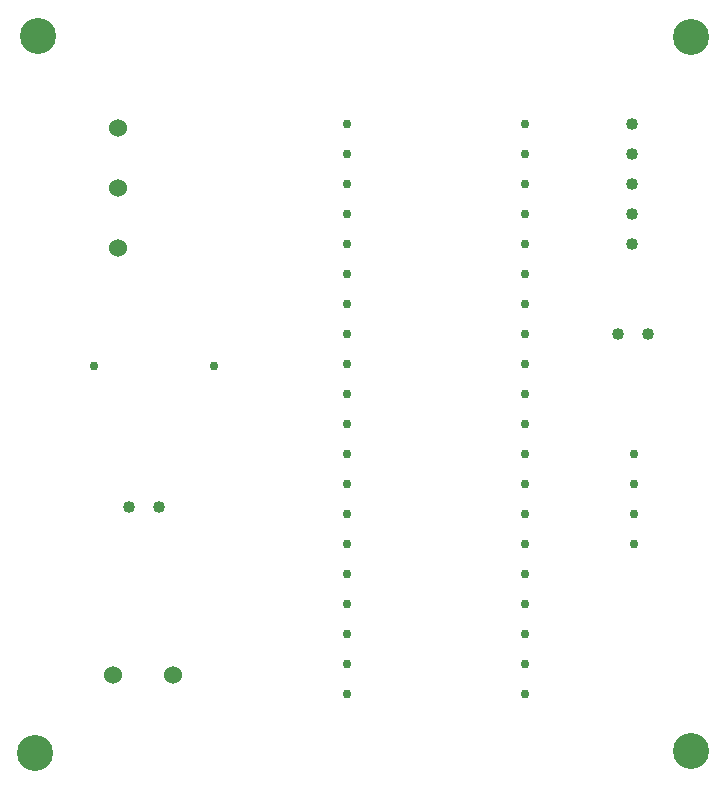
<source format=gbr>
G04 PROTEUS GERBER X2 FILE*
%TF.GenerationSoftware,Labcenter,Proteus,8.13-SP0-Build31525*%
%TF.CreationDate,2023-08-07T13:29:03+00:00*%
%TF.FileFunction,Plated,1,2,PTH*%
%TF.FilePolarity,Positive*%
%TF.Part,Single*%
%TF.SameCoordinates,{815acf48-57e3-43f1-9c13-7170ba62ded0}*%
%FSLAX45Y45*%
%MOMM*%
G01*
%TA.AperFunction,ComponentDrill*%
%ADD30C,0.762000*%
%TA.AperFunction,ComponentDrill*%
%ADD31C,1.524000*%
%TA.AperFunction,OtherDrill,Unknown*%
%ADD32C,3.050000*%
%TA.AperFunction,ComponentDrill*%
%ADD33C,1.016000*%
%TD.AperFunction*%
D30*
X+3200000Y+5760000D03*
X+3200000Y+5506000D03*
X+3200000Y+5252000D03*
X+3200000Y+4998000D03*
X+3200000Y+4744000D03*
X+3200000Y+4490000D03*
X+3200000Y+4236000D03*
X+3200000Y+3982000D03*
X+3200000Y+3728000D03*
X+3200000Y+3474000D03*
X+3200000Y+3220000D03*
X+3200000Y+2966000D03*
X+3200000Y+2712000D03*
X+3200000Y+2458000D03*
X+3200000Y+2204000D03*
X+3200000Y+1950000D03*
X+3200000Y+1696000D03*
X+3200000Y+1442000D03*
X+3200000Y+1188000D03*
X+3200000Y+934000D03*
X+4710000Y+5760000D03*
X+4710000Y+5506000D03*
X+4710000Y+5252000D03*
X+4710000Y+4998000D03*
X+4710000Y+4744000D03*
X+4710000Y+4490000D03*
X+4710000Y+4236000D03*
X+4710000Y+3982000D03*
X+4710000Y+3728000D03*
X+4710000Y+3474000D03*
X+4710000Y+3220000D03*
X+4710000Y+2966000D03*
X+4710000Y+2712000D03*
X+4710000Y+2458000D03*
X+4710000Y+2204000D03*
X+4710000Y+1950000D03*
X+4710000Y+1696000D03*
X+4710000Y+1442000D03*
X+4710000Y+1188000D03*
X+4710000Y+934000D03*
X+5630000Y+2960000D03*
X+5630000Y+2706000D03*
X+5630000Y+2452000D03*
X+5630000Y+2198000D03*
D31*
X+1220000Y+1090000D03*
X+1728000Y+1090000D03*
D30*
X+2070000Y+3710000D03*
X+1054000Y+3710000D03*
D31*
X+1260000Y+5720000D03*
X+1260000Y+5212000D03*
X+1260000Y+4704000D03*
D32*
X+580000Y+6500000D03*
X+6110000Y+6490000D03*
X+6110000Y+450000D03*
X+560000Y+430000D03*
D33*
X+1350000Y+2510000D03*
X+1604000Y+2510000D03*
X+5610000Y+5760000D03*
X+5610000Y+5506000D03*
X+5610000Y+5252000D03*
X+5610000Y+4998000D03*
X+5610000Y+4744000D03*
X+5490000Y+3980000D03*
X+5744000Y+3980000D03*
M02*

</source>
